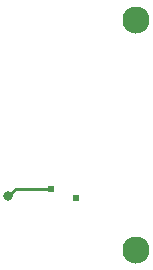
<source format=gbl>
G04 Layer: BottomLayer*
G04 EasyEDA v6.5.44, 2024-08-09 16:29:29*
G04 6a14bbe4783e4c45b3198a44848b54db,9d7ba2091113474d8fe43b4f46ca5270,10*
G04 Gerber Generator version 0.2*
G04 Scale: 100 percent, Rotated: No, Reflected: No *
G04 Dimensions in millimeters *
G04 leading zeros omitted , absolute positions ,4 integer and 5 decimal *
%FSLAX45Y45*%
%MOMM*%

%ADD10C,0.2540*%
%ADD11C,0.8080*%
%ADD12C,2.3000*%
%ADD13C,0.6096*%

%LPD*%
D10*
X3035302Y1816100D02*
G01*
X3097303Y1878101D01*
X3395372Y1878101D01*
D11*
G01*
X3035300Y1816100D03*
D12*
G01*
X4114800Y3311804D03*
G01*
X4114800Y1361795D03*
D13*
G01*
X3395372Y1878101D03*
G01*
X3606802Y1802917D03*
M02*

</source>
